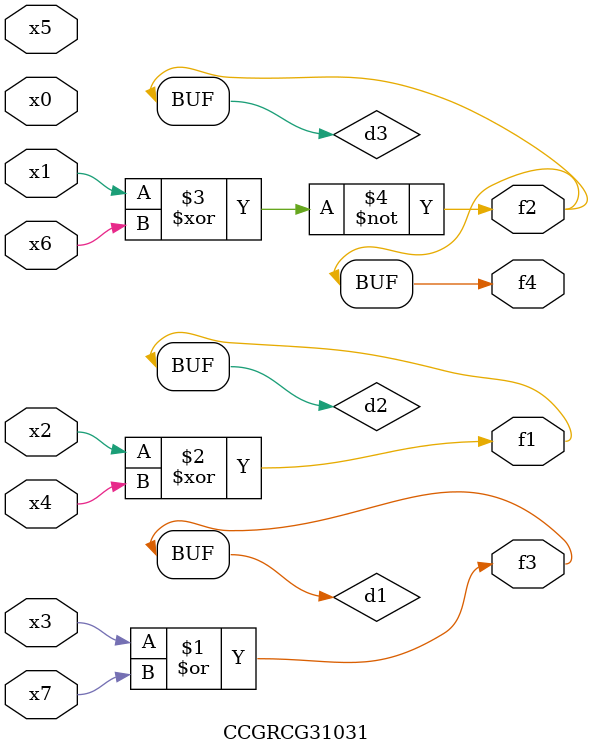
<source format=v>
module CCGRCG31031(
	input x0, x1, x2, x3, x4, x5, x6, x7,
	output f1, f2, f3, f4
);

	wire d1, d2, d3;

	or (d1, x3, x7);
	xor (d2, x2, x4);
	xnor (d3, x1, x6);
	assign f1 = d2;
	assign f2 = d3;
	assign f3 = d1;
	assign f4 = d3;
endmodule

</source>
